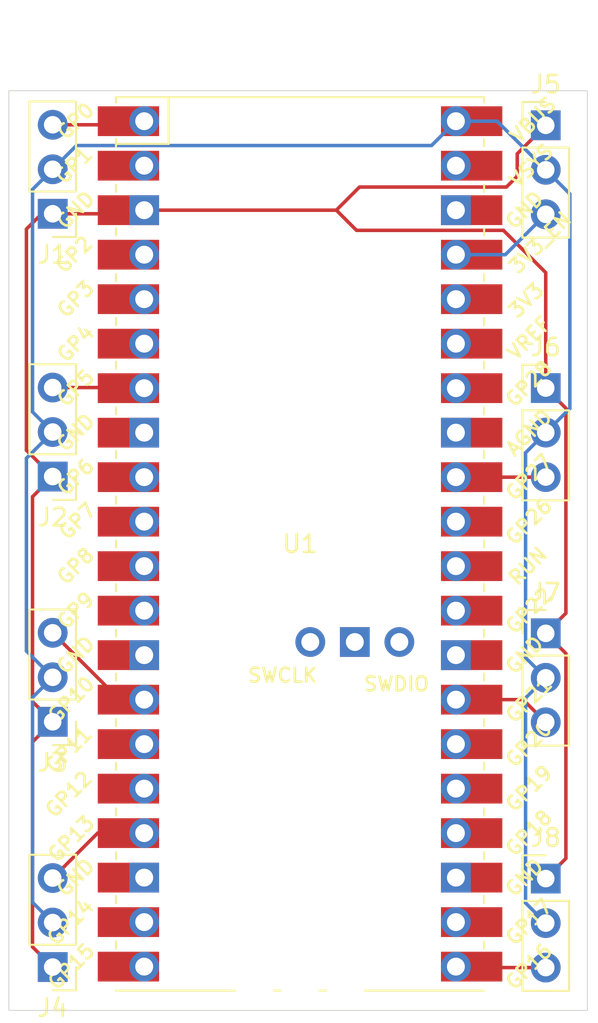
<source format=kicad_pcb>
(kicad_pcb (version 20240108) (generator "pcbnew") (generator_version "8.0")
  (layers (0 "F.Cu" signal) (31 "B.Cu" signal) (34 "B.Paste" user) (35 "F.Paste" user) (36 "B.SilkS" user "B.Silkscreen") (37 "F.SilkS" user "F.Silkscreen") (38 "B.Mask" user) (39 "F.Mask" user) (44 "Edge.Cuts" user))
  (net 0 "")
  (net 1 "GND")
  (net 2 "0")
  (net 4 "VCC")
  (net 10 "1")
  (net 11 "2")
  (net 21 "6")
  (net 24 "7")
  (net 29 "5")
  (net 34 "3")
  (net 36 "4")
  (net 42 "vout")
  (net 43 "unconnected-(U1-GND-Pad38)")
  (footprint "Connector_PinHeader_2.54mm:PinHeader_1x03_P2.54mm_Vertical" (layer "F.Cu") (at 96.125 81.975)
    (property "Reference" "J8" (at 0 -2.33 0) (layer "F.SilkS"))
    (property "Value" "C49257")
    (fp_line (start -1.33 -1.33) (end 0 -1.33) (stroke (width 0.12)) (layer "F.SilkS"))
    (fp_line (start -1.33 0) (end -1.33 -1.33) (stroke (width 0.12)) (layer "F.SilkS"))
    (fp_line (start -1.33 1.27) (end -1.33 6.41) (stroke (width 0.12)) (layer "F.SilkS"))
    (fp_line (start -1.33 1.27) (end 1.33 1.27) (stroke (width 0.12)) (layer "F.SilkS"))
    (fp_line (start -1.33 6.41) (end 1.33 6.41) (stroke (width 0.12)) (layer "F.SilkS"))
    (fp_line (start 1.33 1.27) (end 1.33 6.41) (stroke (width 0.12)) (layer "F.SilkS"))
    (pad "1" thru_hole rect (at 0 0) (size 1.7 1.7) (drill 1) (layers "*.Cu" "*.Mask") (net 1 "GND"))
    (pad "2" thru_hole oval (at 0 2.54) (size 1.7 1.7) (drill 1) (layers "*.Cu" "*.Mask") (net 4 "VCC"))
    (pad "3" thru_hole oval (at 0 5.08) (size 1.7 1.7) (drill 1) (layers "*.Cu" "*.Mask") (net 24 "7"))
  )
  (footprint "Connector_PinHeader_2.54mm:PinHeader_1x03_P2.54mm_Vertical" (layer "F.Cu") (at 68 44.025 180)
    (property "Reference" "J1" (at 0 -2.33 180) (layer "F.SilkS"))
    (property "Value" "C49257")
    (fp_line (start 1.33 1.27) (end 1.33 6.41) (stroke (width 0.12)) (layer "F.SilkS"))
    (fp_line (start -1.33 6.41) (end 1.33 6.41) (stroke (width 0.12)) (layer "F.SilkS"))
    (fp_line (start -1.33 1.27) (end 1.33 1.27) (stroke (width 0.12)) (layer "F.SilkS"))
    (fp_line (start -1.33 1.27) (end -1.33 6.41) (stroke (width 0.12)) (layer "F.SilkS"))
    (fp_line (start -1.33 0) (end -1.33 -1.33) (stroke (width 0.12)) (layer "F.SilkS"))
    (fp_line (start -1.33 -1.33) (end 0 -1.33) (stroke (width 0.12)) (layer "F.SilkS"))
    (pad "1" thru_hole rect (at 0 0 180) (size 1.7 1.7) (drill 1) (layers "*.Cu" "*.Mask") (net 1 "GND"))
    (pad "2" thru_hole oval (at 0 2.54 180) (size 1.7 1.7) (drill 1) (layers "*.Cu" "*.Mask") (net 4 "VCC"))
    (pad "3" thru_hole oval (at 0 5.08 180) (size 1.7 1.7) (drill 1) (layers "*.Cu" "*.Mask") (net 2 "0"))
  )
  (footprint "Connector_PinHeader_2.54mm:PinHeader_1x03_P2.54mm_Vertical" (layer "F.Cu") (at 96.125 53.975)
    (property "Reference" "J6" (at 0 -2.33 0) (layer "F.SilkS"))
    (property "Value" "C49257")
    (fp_line (start -1.33 -1.33) (end 0 -1.33) (stroke (width 0.12)) (layer "F.SilkS"))
    (fp_line (start -1.33 0) (end -1.33 -1.33) (stroke (width 0.12)) (layer "F.SilkS"))
    (fp_line (start -1.33 1.27) (end -1.33 6.41) (stroke (width 0.12)) (layer "F.SilkS"))
    (fp_line (start -1.33 1.27) (end 1.33 1.27) (stroke (width 0.12)) (layer "F.SilkS"))
    (fp_line (start -1.33 6.41) (end 1.33 6.41) (stroke (width 0.12)) (layer "F.SilkS"))
    (fp_line (start 1.33 1.27) (end 1.33 6.41) (stroke (width 0.12)) (layer "F.SilkS"))
    (pad "1" thru_hole rect (at 0 0) (size 1.7 1.7) (drill 1) (layers "*.Cu" "*.Mask") (net 1 "GND"))
    (pad "2" thru_hole oval (at 0 2.54) (size 1.7 1.7) (drill 1) (layers "*.Cu" "*.Mask") (net 4 "VCC"))
    (pad "3" thru_hole oval (at 0 5.08) (size 1.7 1.7) (drill 1) (layers "*.Cu" "*.Mask") (net 29 "5"))
  )
  (footprint "Connector_PinHeader_2.54mm:PinHeader_1x03_P2.54mm_Vertical" (layer "F.Cu") (at 68 59.025 180)
    (property "Reference" "J2" (at 0 -2.33 180) (layer "F.SilkS"))
    (property "Value" "C49257")
    (fp_line (start 1.33 1.27) (end 1.33 6.41) (stroke (width 0.12)) (layer "F.SilkS"))
    (fp_line (start -1.33 6.41) (end 1.33 6.41) (stroke (width 0.12)) (layer "F.SilkS"))
    (fp_line (start -1.33 1.27) (end 1.33 1.27) (stroke (width 0.12)) (layer "F.SilkS"))
    (fp_line (start -1.33 1.27) (end -1.33 6.41) (stroke (width 0.12)) (layer "F.SilkS"))
    (fp_line (start -1.33 0) (end -1.33 -1.33) (stroke (width 0.12)) (layer "F.SilkS"))
    (fp_line (start -1.33 -1.33) (end 0 -1.33) (stroke (width 0.12)) (layer "F.SilkS"))
    (pad "1" thru_hole rect (at 0 0 180) (size 1.7 1.7) (drill 1) (layers "*.Cu" "*.Mask") (net 1 "GND"))
    (pad "2" thru_hole oval (at 0 2.54 180) (size 1.7 1.7) (drill 1) (layers "*.Cu" "*.Mask") (net 4 "VCC"))
    (pad "3" thru_hole oval (at 0 5.08 180) (size 1.7 1.7) (drill 1) (layers "*.Cu" "*.Mask") (net 10 "1"))
  )
  (footprint "Connector_PinHeader_2.54mm:PinHeader_1x03_P2.54mm_Vertical" (layer "F.Cu") (at 96.125 38.975)
    (property "Reference" "J5" (at 0 -2.33 0) (layer "F.SilkS"))
    (property "Value" "C49257")
    (fp_line (start -1.33 -1.33) (end 0 -1.33) (stroke (width 0.12)) (layer "F.SilkS"))
    (fp_line (start -1.33 0) (end -1.33 -1.33) (stroke (width 0.12)) (layer "F.SilkS"))
    (fp_line (start -1.33 1.27) (end -1.33 6.41) (stroke (width 0.12)) (layer "F.SilkS"))
    (fp_line (start -1.33 1.27) (end 1.33 1.27) (stroke (width 0.12)) (layer "F.SilkS"))
    (fp_line (start -1.33 6.41) (end 1.33 6.41) (stroke (width 0.12)) (layer "F.SilkS"))
    (fp_line (start 1.33 1.27) (end 1.33 6.41) (stroke (width 0.12)) (layer "F.SilkS"))
    (pad "1" thru_hole rect (at 0 0) (size 1.7 1.7) (drill 1) (layers "*.Cu" "*.Mask") (net 1 "GND"))
    (pad "2" thru_hole oval (at 0 2.54) (size 1.7 1.7) (drill 1) (layers "*.Cu" "*.Mask") (net 4 "VCC"))
    (pad "3" thru_hole oval (at 0 5.08) (size 1.7 1.7) (drill 1) (layers "*.Cu" "*.Mask") (net 36 "4"))
  )
  (footprint "RPi_Pico:RPi_PicoW_SMD_TH" (layer "F.Cu") (at 82.11 62.87)
    (property "Reference" "U1" (at 0 0 0) (layer "F.SilkS"))
    (property "Value" "C7203003")
    (fp_line (start -10.5 -25.5) (end -10.5 -25.2) (stroke (width 0.12)) (layer "F.SilkS"))
    (fp_line (start -10.5 -25.5) (end 10.5 -25.5) (stroke (width 0.12)) (layer "F.SilkS"))
    (fp_line (start -10.5 -23.1) (end -10.5 -22.7) (stroke (width 0.12)) (layer "F.SilkS"))
    (fp_line (start -10.5 -22.833) (end -7.493 -22.833) (stroke (width 0.12)) (layer "F.SilkS"))
    (fp_line (start -10.5 -20.5) (end -10.5 -20.1) (stroke (width 0.12)) (layer "F.SilkS"))
    (fp_line (start -10.5 -18) (end -10.5 -17.6) (stroke (width 0.12)) (layer "F.SilkS"))
    (fp_line (start -10.5 -15.4) (end -10.5 -15) (stroke (width 0.12)) (layer "F.SilkS"))
    (fp_line (start -10.5 -12.9) (end -10.5 -12.5) (stroke (width 0.12)) (layer "F.SilkS"))
    (fp_line (start -10.5 -10.4) (end -10.5 -10) (stroke (width 0.12)) (layer "F.SilkS"))
    (fp_line (start -10.5 -7.8) (end -10.5 -7.4) (stroke (width 0.12)) (layer "F.SilkS"))
    (fp_line (start -10.5 -5.3) (end -10.5 -4.9) (stroke (width 0.12)) (layer "F.SilkS"))
    (fp_line (start -10.5 -2.7) (end -10.5 -2.3) (stroke (width 0.12)) (layer "F.SilkS"))
    (fp_line (start -10.5 -0.2) (end -10.5 0.2) (stroke (width 0.12)) (layer "F.SilkS"))
    (fp_line (start -10.5 2.3) (end -10.5 2.7) (stroke (width 0.12)) (layer "F.SilkS"))
    (fp_line (start -10.5 4.9) (end -10.5 5.3) (stroke (width 0.12)) (layer "F.SilkS"))
    (fp_line (start -10.5 7.4) (end -10.5 7.8) (stroke (width 0.12)) (layer "F.SilkS"))
    (fp_line (start -10.5 10) (end -10.5 10.4) (stroke (width 0.12)) (layer "F.SilkS"))
    (fp_line (start -10.5 12.5) (end -10.5 12.9) (stroke (width 0.12)) (layer "F.SilkS"))
    (fp_line (start -10.5 15.1) (end -10.5 15.5) (stroke (width 0.12)) (layer "F.SilkS"))
    (fp_line (start -10.5 17.6) (end -10.5 18) (stroke (width 0.12)) (layer "F.SilkS"))
    (fp_line (start -10.5 20.1) (end -10.5 20.5) (stroke (width 0.12)) (layer "F.SilkS"))
    (fp_line (start -10.5 22.7) (end -10.5 23.1) (stroke (width 0.12)) (layer "F.SilkS"))
    (fp_line (start -7.493 -22.833) (end -7.493 -25.5) (stroke (width 0.12)) (layer "F.SilkS"))
    (fp_line (start -3.7 25.5) (end -10.5 25.5) (stroke (width 0.12)) (layer "F.SilkS"))
    (fp_line (start -1.5 25.5) (end -1.1 25.5) (stroke (width 0.12)) (layer "F.SilkS"))
    (fp_line (start 1.1 25.5) (end 1.5 25.5) (stroke (width 0.12)) (layer "F.SilkS"))
    (fp_line (start 10.5 -25.5) (end 10.5 -25.2) (stroke (width 0.12)) (layer "F.SilkS"))
    (fp_line (start 10.5 -23.1) (end 10.5 -22.7) (stroke (width 0.12)) (layer "F.SilkS"))
    (fp_line (start 10.5 -20.5) (end 10.5 -20.1) (stroke (width 0.12)) (layer "F.SilkS"))
    (fp_line (start 10.5 -18) (end 10.5 -17.6) (stroke (width 0.12)) (layer "F.SilkS"))
    (fp_line (start 10.5 -15.4) (end 10.5 -15) (stroke (width 0.12)) (layer "F.SilkS"))
    (fp_line (start 10.5 -12.9) (end 10.5 -12.5) (stroke (width 0.12)) (layer "F.SilkS"))
    (fp_line (start 10.5 -10.4) (end 10.5 -10) (stroke (width 0.12)) (layer "F.SilkS"))
    (fp_line (start 10.5 -7.8) (end 10.5 -7.4) (stroke (width 0.12)) (layer "F.SilkS"))
    (fp_line (start 10.5 -5.3) (end 10.5 -4.9) (stroke (width 0.12)) (layer "F.SilkS"))
    (fp_line (start 10.5 -2.7) (end 10.5 -2.3) (stroke (width 0.12)) (layer "F.SilkS"))
    (fp_line (start 10.5 -0.2) (end 10.5 0.2) (stroke (width 0.12)) (layer "F.SilkS"))
    (fp_line (start 10.5 2.3) (end 10.5 2.7) (stroke (width 0.12)) (layer "F.SilkS"))
    (fp_line (start 10.5 4.9) (end 10.5 5.3) (stroke (width 0.12)) (layer "F.SilkS"))
    (fp_line (start 10.5 7.4) (end 10.5 7.8) (stroke (width 0.12)) (layer "F.SilkS"))
    (fp_line (start 10.5 10) (end 10.5 10.4) (stroke (width 0.12)) (layer "F.SilkS"))
    (fp_line (start 10.5 12.5) (end 10.5 12.9) (stroke (width 0.12)) (layer "F.SilkS"))
    (fp_line (start 10.5 15.1) (end 10.5 15.5) (stroke (width 0.12)) (layer "F.SilkS"))
    (fp_line (start 10.5 17.6) (end 10.5 18) (stroke (width 0.12)) (layer "F.SilkS"))
    (fp_line (start 10.5 20.1) (end 10.5 20.5) (stroke (width 0.12)) (layer "F.SilkS"))
    (fp_line (start 10.5 22.7) (end 10.5 23.1) (stroke (width 0.12)) (layer "F.SilkS"))
    (fp_line (start 10.5 25.5) (end 3.7 25.5) (stroke (width 0.12)) (layer "F.SilkS"))
    (fp_text user "GP7" (at -12.7 -1.3 45) (layer "F.SilkS") (effects (font (size 0.8 0.8))))
    (fp_text user "3V3_EN" (at 13.7 -17.2 45) (layer "F.SilkS") (effects (font (size 0.8 0.8))))
    (fp_text user "GP26" (at 13.054 -1.27 45) (layer "F.SilkS") (effects (font (size 0.8 0.8))))
    (fp_text user "GP4" (at -12.8 -11.43 45) (layer "F.SilkS") (effects (font (size 0.8 0.8))))
    (fp_text user "VREF" (at 13.0675 -11.7425 45) (layer "F.SilkS") (effects (font (size 0.8 0.8))))
    (fp_text user "GP5" (at -12.8 -8.89 45) (layer "F.SilkS") (effects (font (size 0.8 0.8))))
    (fp_text user "SWDIO" (at 5.5 8 0) (layer "F.SilkS") (effects (font (size 0.8 0.8))))
    (fp_text user "3V3" (at 12.9 -13.9 45) (layer "F.SilkS") (effects (font (size 0.8 0.8))))
    (fp_text user "AGND" (at 13.054 -6.35 45) (layer "F.SilkS") (effects (font (size 0.8 0.8))))
    (fp_text user "GP15" (at -13.054 24.13 45) (layer "F.SilkS") (effects (font (size 0.8 0.8))))
    (fp_text user "GP17" (at 13.054 21.59 45) (layer "F.SilkS") (effects (font (size 0.8 0.8))))
    (fp_text user "GP14" (at -13.1 21.59 45) (layer "F.SilkS") (effects (font (size 0.8 0.8))))
    (fp_text user "GND" (at 12.8 6.35 45) (layer "F.SilkS") (effects (font (size 0.8 0.8))))
    (fp_text user "GP12" (at -13.2 14.2925 45) (layer "F.SilkS") (effects (font (size 0.8 0.8))))
    (fp_text user "GP21" (at 13.054 8.9 45) (layer "F.SilkS") (effects (font (size 0.8 0.8))))
    (fp_text user "GP3" (at -12.8 -13.97 45) (layer "F.SilkS") (effects (font (size 0.8 0.8))))
    (fp_text user "GND" (at 12.8 19.05 45) (layer "F.SilkS") (effects (font (size 0.8 0.8))))
    (fp_text user "GP6" (at -12.8 -3.81 45) (layer "F.SilkS") (effects (font (size 0.8 0.8))))
    (fp_text user "GND" (at -12.8 6.35 45) (layer "F.SilkS") (effects (font (size 0.8 0.8))))
    (fp_text user "GND" (at -12.8 -6.35 45) (layer "F.SilkS") (effects (font (size 0.8 0.8))))
    (fp_text user "GND" (at -12.8 -19.05 45) (layer "F.SilkS") (effects (font (size 0.8 0.8))))
    (fp_text user "GP0" (at -12.8 -24.13 45) (layer "F.SilkS") (effects (font (size 0.8 0.8))))
    (fp_text user "GP11" (at -13.2 11.7525 45) (layer "F.SilkS") (effects (font (size 0.8 0.8))))
    (fp_text user "GP2" (at -12.9 -16.51 45) (layer "F.SilkS") (effects (font (size 0.8 0.8))))
    (fp_text user "GP22" (at 13.054 3.81 45) (layer "F.SilkS") (effects (font (size 0.8 0.8))))
    (fp_text user "RUN" (at 13 1.27 45) (layer "F.SilkS") (effects (font (size 0.8 0.8))))
    (fp_text user "SWCLK" (at -1 7.5 0) (layer "F.SilkS") (effects (font (size 0.8 0.8))))
    (fp_text user "GP1" (at -12.9 -21.6 45) (layer "F.SilkS") (effects (font (size 0.8 0.8))))
    (fp_text user "GP8" (at -12.8 1.27 45) (layer "F.SilkS") (effects (font (size 0.8 0.8))))
    (fp_text user "GND" (at 12.8 -19.05 45) (layer "F.SilkS") (effects (font (size 0.8 0.8))))
    (fp_text user "GP19" (at 13.054 13.97 45) (layer "F.SilkS") (effects (font (size 0.8 0.8))))
    (fp_text user "GP16" (at 13.054 24.13 45) (layer "F.SilkS") (effects (font (size 0.8 0.8))))
    (fp_text user "GP18" (at 13.054 16.51 45) (layer "F.SilkS") (effects (font (size 0.8 0.8))))
    (fp_text user "GP28" (at 13.054 -9.144 45) (layer "F.SilkS") (effects (font (size 0.8 0.8))))
    (fp_text user "GP10" (at -13.054 8.89 45) (layer "F.SilkS") (effects (font (size 0.8 0.8))))
    (fp_text user "GP13" (at -13.054 16.8325 45) (layer "F.SilkS") (effects (font (size 0.8 0.8))))
    (fp_text user "VBUS" (at 13.3 -24.2 45) (layer "F.SilkS") (effects (font (size 0.8 0.8))))
    (fp_text user "GP20" (at 13.054 11.43 45) (layer "F.SilkS") (effects (font (size 0.8 0.8))))
    (fp_text user "GND" (at -12.8 19.05 45) (layer "F.SilkS") (effects (font (size 0.8 0.8))))
    (fp_text user "GP9" (at -12.8 3.81 45) (layer "F.SilkS") (effects (font (size 0.8 0.8))))
    (fp_text user "GP27" (at 13.054 -3.8 45) (layer "F.SilkS") (effects (font (size 0.8 0.8))))
    (fp_text user "VSYS" (at 13.2 -21.59 45) (layer "F.SilkS") (effects (font (size 0.8 0.8))))
    (pad "" np_thru_hole oval (at -2.725 -24) (size 1.8 1.8) (drill 1.8) (layers "*.Cu" "*.Mask"))
    (pad "" np_thru_hole oval (at -2.425 -20.97) (size 1.5 1.5) (drill 1.5) (layers "*.Cu" "*.Mask"))
    (pad "" np_thru_hole oval (at 2.425 -20.97) (size 1.5 1.5) (drill 1.5) (layers "*.Cu" "*.Mask"))
    (pad "" np_thru_hole oval (at 2.725 -24) (size 1.8 1.8) (drill 1.8) (layers "*.Cu" "*.Mask"))
    (pad "1" thru_hole oval (at -8.89 -24.13) (size 1.7 1.7) (drill 1.02) (layers "*.Cu" "*.Mask") (net 2 "0"))
    (pad "1" smd rect (at -8.89 -24.13) (size 3.5 1.7) (drill (offset -0.9 0)) (layers "F.Cu" "F.Mask") (net 2 "0"))
    (pad "2" thru_hole oval (at -8.89 -21.59) (size 1.7 1.7) (drill 1.02) (layers "*.Cu" "*.Mask"))
    (pad "2" smd rect (at -8.89 -21.59) (size 3.5 1.7) (drill (offset -0.9 0)) (layers "F.Cu" "F.Mask"))
    (pad "3" thru_hole rect (at -8.89 -19.05) (size 1.7 1.7) (drill 1.02) (layers "*.Cu" "*.Mask") (net 1 "GND"))
    (pad "3" smd rect (at -8.89 -19.05) (size 3.5 1.7) (drill (offset -0.9 0)) (layers "F.Cu" "F.Mask") (net 1 "GND"))
    (pad "4" thru_hole oval (at -8.89 -16.51) (size 1.7 1.7) (drill 1.02) (layers "*.Cu" "*.Mask"))
    (pad "4" smd rect (at -8.89 -16.51) (size 3.5 1.7) (drill (offset -0.9 0)) (layers "F.Cu" "F.Mask"))
    (pad "5" thru_hole oval (at -8.89 -13.97) (size 1.7 1.7) (drill 1.02) (layers "*.Cu" "*.Mask"))
    (pad "5" smd rect (at -8.89 -13.97) (size 3.5 1.7) (drill (offset -0.9 0)) (layers "F.Cu" "F.Mask"))
    (pad "6" thru_hole oval (at -8.89 -11.43) (size 1.7 1.7) (drill 1.02) (layers "*.Cu" "*.Mask"))
    (pad "6" smd rect (at -8.89 -11.43) (size 3.5 1.7) (drill (offset -0.9 0)) (layers "F.Cu" "F.Mask"))
    (pad "7" thru_hole oval (at -8.89 -8.89) (size 1.7 1.7) (drill 1.02) (layers "*.Cu" "*.Mask") (net 10 "1"))
    (pad "7" smd rect (at -8.89 -8.89) (size 3.5 1.7) (drill (offset -0.9 0)) (layers "F.Cu" "F.Mask") (net 10 "1"))
    (pad "8" thru_hole rect (at -8.89 -6.35) (size 1.7 1.7) (drill 1.02) (layers "*.Cu" "*.Mask"))
    (pad "8" smd rect (at -8.89 -6.35) (size 3.5 1.7) (drill (offset -0.9 0)) (layers "F.Cu" "F.Mask"))
    (pad "9" thru_hole oval (at -8.89 -3.81) (size 1.7 1.7) (drill 1.02) (layers "*.Cu" "*.Mask"))
    (pad "9" smd rect (at -8.89 -3.81) (size 3.5 1.7) (drill (offset -0.9 0)) (layers "F.Cu" "F.Mask"))
    (pad "10" thru_hole oval (at -8.89 -1.27) (size 1.7 1.7) (drill 1.02) (layers "*.Cu" "*.Mask"))
    (pad "10" smd rect (at -8.89 -1.27) (size 3.5 1.7) (drill (offset -0.9 0)) (layers "F.Cu" "F.Mask"))
    (pad "11" thru_hole oval (at -8.89 1.27) (size 1.7 1.7) (drill 1.02) (layers "*.Cu" "*.Mask"))
    (pad "11" smd rect (at -8.89 1.27) (size 3.5 1.7) (drill (offset -0.9 0)) (layers "F.Cu" "F.Mask"))
    (pad "12" thru_hole oval (at -8.89 3.81) (size 1.7 1.7) (drill 1.02) (layers "*.Cu" "*.Mask"))
    (pad "12" smd rect (at -8.89 3.81) (size 3.5 1.7) (drill (offset -0.9 0)) (layers "F.Cu" "F.Mask"))
    (pad "13" thru_hole rect (at -8.89 6.35) (size 1.7 1.7) (drill 1.02) (layers "*.Cu" "*.Mask"))
    (pad "13" smd rect (at -8.89 6.35) (size 3.5 1.7) (drill (offset -0.9 0)) (layers "F.Cu" "F.Mask"))
    (pad "14" thru_hole oval (at -8.89 8.89) (size 1.7 1.7) (drill 1.02) (layers "*.Cu" "*.Mask") (net 11 "2"))
    (pad "14" smd rect (at -8.89 8.89) (size 3.5 1.7) (drill (offset -0.9 0)) (layers "F.Cu" "F.Mask") (net 11 "2"))
    (pad "15" thru_hole oval (at -8.89 11.43) (size 1.7 1.7) (drill 1.02) (layers "*.Cu" "*.Mask"))
    (pad "15" smd rect (at -8.89 11.43) (size 3.5 1.7) (drill (offset -0.9 0)) (layers "F.Cu" "F.Mask"))
    (pad "16" thru_hole oval (at -8.89 13.97) (size 1.7 1.7) (drill 1.02) (layers "*.Cu" "*.Mask"))
    (pad "16" smd rect (at -8.89 13.97) (size 3.5 1.7) (drill (offset -0.9 0)) (layers "F.Cu" "F.Mask"))
    (pad "17" thru_hole oval (at -8.89 16.51) (size 1.7 1.7) (drill 1.02) (layers "*.Cu" "*.Mask") (net 34 "3"))
    (pad "17" smd rect (at -8.89 16.51) (size 3.5 1.7) (drill (offset -0.9 0)) (layers "F.Cu" "F.Mask") (net 34 "3"))
    (pad "18" thru_hole rect (at -8.89 19.05) (size 1.7 1.7) (drill 1.02) (layers "*.Cu" "*.Mask"))
    (pad "18" smd rect (at -8.89 19.05) (size 3.5 1.7) (drill (offset -0.9 0)) (layers "F.Cu" "F.Mask"))
    (pad "19" thru_hole oval (at -8.89 21.59) (size 1.7 1.7) (drill 1.02) (layers "*.Cu" "*.Mask"))
    (pad "19" smd rect (at -8.89 21.59) (size 3.5 1.7) (drill (offset -0.9 0)) (layers "F.Cu" "F.Mask"))
    (pad "20" thru_hole oval (at -8.89 24.13) (size 1.7 1.7) (drill 1.02) (layers "*.Cu" "*.Mask"))
    (pad "20" smd rect (at -8.89 24.13) (size 3.5 1.7) (drill (offset -0.9 0)) (layers "F.Cu" "F.Mask"))
    (pad "21" thru_hole oval (at 8.89 24.13) (size 1.7 1.7) (drill 1.02) (layers "*.Cu" "*.Mask") (net 24 "7"))
    (pad "21" smd rect (at 8.89 24.13) (size 3.5 1.7) (drill (offset 0.9 0)) (layers "F.Cu" "F.Mask") (net 24 "7"))
    (pad "22" thru_hole oval (at 8.89 21.59) (size 1.7 1.7) (drill 1.02) (layers "*.Cu" "*.Mask"))
    (pad "22" smd rect (at 8.89 21.59) (size 3.5 1.7) (drill (offset 0.9 0)) (layers "F.Cu" "F.Mask"))
    (pad "23" thru_hole rect (at 8.89 19.05) (size 1.7 1.7) (drill 1.02) (layers "*.Cu" "*.Mask"))
    (pad "23" smd rect (at 8.89 19.05) (size 3.5 1.7) (drill (offset 0.9 0)) (layers "F.Cu" "F.Mask"))
    (pad "24" thru_hole oval (at 8.89 16.51) (size 1.7 1.7) (drill 1.02) (layers "*.Cu" "*.Mask"))
    (pad "24" smd rect (at 8.89 16.51) (size 3.5 1.7) (drill (offset 0.9 0)) (layers "F.Cu" "F.Mask"))
    (pad "25" thru_hole oval (at 8.89 13.97) (size 1.7 1.7) (drill 1.02) (layers "*.Cu" "*.Mask"))
    (pad "25" smd rect (at 8.89 13.97) (size 3.5 1.7) (drill (offset 0.9 0)) (layers "F.Cu" "F.Mask"))
    (pad "26" thru_hole oval (at 8.89 11.43) (size 1.7 1.7) (drill 1.02) (layers "*.Cu" "*.Mask"))
    (pad "26" smd rect (at 8.89 11.43) (size 3.5 1.7) (drill (offset 0.9 0)) (layers "F.Cu" "F.Mask"))
    (pad "27" thru_hole oval (at 8.89 8.89) (size 1.7 1.7) (drill 1.02) (layers "*.Cu" "*.Mask") (net 21 "6"))
    (pad "27" smd rect (at 8.89 8.89) (size 3.5 1.7) (drill (offset 0.9 0)) (layers "F.Cu" "F.Mask") (net 21 "6"))
    (pad "28" thru_hole rect (at 8.89 6.35) (size 1.7 1.7) (drill 1.02) (layers "*.Cu" "*.Mask"))
    (pad "28" smd rect (at 8.89 6.35) (size 3.5 1.7) (drill (offset 0.9 0)) (layers "F.Cu" "F.Mask"))
    (pad "29" thru_hole oval (at 8.89 3.81) (size 1.7 1.7) (drill 1.02) (layers "*.Cu" "*.Mask"))
    (pad "29" smd rect (at 8.89 3.81) (size 3.5 1.7) (drill (offset 0.9 0)) (layers "F.Cu" "F.Mask"))
    (pad "30" thru_hole oval (at 8.89 1.27) (size 1.7 1.7) (drill 1.02) (layers "*.Cu" "*.Mask"))
    (pad "30" smd rect (at 8.89 1.27) (size 3.5 1.7) (drill (offset 0.9 0)) (layers "F.Cu" "F.Mask"))
    (pad "31" thru_hole oval (at 8.89 -1.27) (size 1.7 1.7) (drill 1.02) (layers "*.Cu" "*.Mask"))
    (pad "31" smd rect (at 8.89 -1.27) (size 3.5 1.7) (drill (offset 0.9 0)) (layers "F.Cu" "F.Mask"))
    (pad "32" thru_hole oval (at 8.89 -3.81) (size 1.7 1.7) (drill 1.02) (layers "*.Cu" "*.Mask") (net 29 "5"))
    (pad "32" smd rect (at 8.89 -3.81) (size 3.5 1.7) (drill (offset 0.9 0)) (layers "F.Cu" "F.Mask") (net 29 "5"))
    (pad "33" thru_hole rect (at 8.89 -6.35) (size 1.7 1.7) (drill 1.02) (layers "*.Cu" "*.Mask"))
    (pad "33" smd rect (at 8.89 -6.35) (size 3.5 1.7) (drill (offset 0.9 0)) (layers "F.Cu" "F.Mask"))
    (pad "34" thru_hole oval (at 8.89 -8.89) (size 1.7 1.7) (drill 1.02) (layers "*.Cu" "*.Mask"))
    (pad "34" smd rect (at 8.89 -8.89) (size 3.5 1.7) (drill (offset 0.9 0)) (layers "F.Cu" "F.Mask"))
    (pad "35" thru_hole oval (at 8.89 -11.43) (size 1.7 1.7) (drill 1.02) (layers "*.Cu" "*.Mask"))
    (pad "35" smd rect (at 8.89 -11.43) (size 3.5 1.7) (drill (offset 0.9 0)) (layers "F.Cu" "F.Mask"))
    (pad "36" thru_hole oval (at 8.89 -13.97) (size 1.7 1.7) (drill 1.02) (layers "*.Cu" "*.Mask"))
    (pad "36" smd rect (at 8.89 -13.97) (size 3.5 1.7) (drill (offset 0.9 0)) (layers "F.Cu" "F.Mask"))
    (pad "37" thru_hole oval (at 8.89 -16.51) (size 1.7 1.7) (drill 1.02) (layers "*.Cu" "*.Mask") (net 36 "4"))
    (pad "37" smd rect (at 8.89 -16.51) (size 3.5 1.7) (drill (offset 0.9 0)) (layers "F.Cu" "F.Mask") (net 36 "4"))
    (pad "38" thru_hole rect (at 8.89 -19.05) (size 1.7 1.7) (drill 1.02) (layers "*.Cu" "*.Mask") (net 43 "unconnected-(U1-GND-Pad38)"))
    (pad "38" smd rect (at 8.89 -19.05) (size 3.5 1.7) (drill (offset 0.9 0)) (layers "F.Cu" "F.Mask") (net 43 "unconnected-(U1-GND-Pad38)"))
    (pad "39" thru_hole oval (at 8.89 -21.59) (size 1.7 1.7) (drill 1.02) (layers "*.Cu" "*.Mask") (net 42 "vout"))
    (pad "39" smd rect (at 8.89 -21.59) (size 3.5 1.7) (drill (offset 0.9 0)) (layers "F.Cu" "F.Mask") (net 42 "vout"))
    (pad "40" thru_hole oval (at 8.89 -24.13) (size 1.7 1.7) (drill 1.02) (layers "*.Cu" "*.Mask") (net 4 "VCC"))
    (pad "40" smd rect (at 8.89 -24.13) (size 3.5 1.7) (drill (offset 0.9 0)) (layers "F.Cu" "F.Mask") (net 4 "VCC"))
    (pad "41" thru_hole oval (at 0.5841 5.6) (size 1.7 1.7) (drill 1.02) (layers "*.Cu" "*.Mask"))
    (pad "42" thru_hole rect (at 3.1241 5.6) (size 1.7 1.7) (drill 1.02) (layers "*.Cu" "*.Mask"))
    (pad "43" thru_hole oval (at 5.6641 5.6) (size 1.7 1.7) (drill 1.02) (layers "*.Cu" "*.Mask"))
  )
  (footprint "Connector_PinHeader_2.54mm:PinHeader_1x03_P2.54mm_Vertical" (layer "F.Cu") (at 68 73.025 180)
    (property "Reference" "J3" (at 0 -2.33 180) (layer "F.SilkS"))
    (property "Value" "C49257")
    (fp_line (start 1.33 1.27) (end 1.33 6.41) (stroke (width 0.12)) (layer "F.SilkS"))
    (fp_line (start -1.33 6.41) (end 1.33 6.41) (stroke (width 0.12)) (layer "F.SilkS"))
    (fp_line (start -1.33 1.27) (end 1.33 1.27) (stroke (width 0.12)) (layer "F.SilkS"))
    (fp_line (start -1.33 1.27) (end -1.33 6.41) (stroke (width 0.12)) (layer "F.SilkS"))
    (fp_line (start -1.33 0) (end -1.33 -1.33) (stroke (width 0.12)) (layer "F.SilkS"))
    (fp_line (start -1.33 -1.33) (end 0 -1.33) (stroke (width 0.12)) (layer "F.SilkS"))
    (pad "1" thru_hole rect (at 0 0 180) (size 1.7 1.7) (drill 1) (layers "*.Cu" "*.Mask") (net 1 "GND"))
    (pad "2" thru_hole oval (at 0 2.54 180) (size 1.7 1.7) (drill 1) (layers "*.Cu" "*.Mask") (net 4 "VCC"))
    (pad "3" thru_hole oval (at 0 5.08 180) (size 1.7 1.7) (drill 1) (layers "*.Cu" "*.Mask") (net 11 "2"))
  )
  (footprint "Connector_PinHeader_2.54mm:PinHeader_1x03_P2.54mm_Vertical" (layer "F.Cu") (at 96.125 67.975)
    (property "Reference" "J7" (at 0 -2.33 0) (layer "F.SilkS"))
    (property "Value" "C49257")
    (fp_line (start -1.33 -1.33) (end 0 -1.33) (stroke (width 0.12)) (layer "F.SilkS"))
    (fp_line (start -1.33 0) (end -1.33 -1.33) (stroke (width 0.12)) (layer "F.SilkS"))
    (fp_line (start -1.33 1.27) (end -1.33 6.41) (stroke (width 0.12)) (layer "F.SilkS"))
    (fp_line (start -1.33 1.27) (end 1.33 1.27) (stroke (width 0.12)) (layer "F.SilkS"))
    (fp_line (start -1.33 6.41) (end 1.33 6.41) (stroke (width 0.12)) (layer "F.SilkS"))
    (fp_line (start 1.33 1.27) (end 1.33 6.41) (stroke (width 0.12)) (layer "F.SilkS"))
    (pad "1" thru_hole rect (at 0 0) (size 1.7 1.7) (drill 1) (layers "*.Cu" "*.Mask") (net 1 "GND"))
    (pad "2" thru_hole oval (at 0 2.54) (size 1.7 1.7) (drill 1) (layers "*.Cu" "*.Mask") (net 4 "VCC"))
    (pad "3" thru_hole oval (at 0 5.08) (size 1.7 1.7) (drill 1) (layers "*.Cu" "*.Mask") (net 21 "6"))
  )
  (footprint "Connector_PinHeader_2.54mm:PinHeader_1x03_P2.54mm_Vertical" (layer "F.Cu") (at 68 87.025 180)
    (property "Reference" "J4" (at 0 -2.33 180) (layer "F.SilkS"))
    (property "Value" "C49257")
    (fp_line (start 1.33 1.27) (end 1.33 6.41) (stroke (width 0.12)) (layer "F.SilkS"))
    (fp_line (start -1.33 6.41) (end 1.33 6.41) (stroke (width 0.12)) (layer "F.SilkS"))
    (fp_line (start -1.33 1.27) (end 1.33 1.27) (stroke (width 0.12)) (layer "F.SilkS"))
    (fp_line (start -1.33 1.27) (end -1.33 6.41) (stroke (width 0.12)) (layer "F.SilkS"))
    (fp_line (start -1.33 0) (end -1.33 -1.33) (stroke (width 0.12)) (layer "F.SilkS"))
    (fp_line (start -1.33 -1.33) (end 0 -1.33) (stroke (width 0.12)) (layer "F.SilkS"))
    (pad "1" thru_hole rect (at 0 0 180) (size 1.7 1.7) (drill 1) (layers "*.Cu" "*.Mask") (net 1 "GND"))
    (pad "2" thru_hole oval (at 0 2.54 180) (size 1.7 1.7) (drill 1) (layers "*.Cu" "*.Mask") (net 4 "VCC"))
    (pad "3" thru_hole oval (at 0 5.08 180) (size 1.7 1.7) (drill 1) (layers "*.Cu" "*.Mask") (net 34 "3"))
  )
  (gr_rect (start 65.5 37) (end 98.5 89.5) (stroke (width 0.05)) (fill none) (layer "Edge.Cuts"))
  (segment (start 97.275 66.825) (end 96.125 67.975) (width 0.2) (layer "F.Cu") (net 1))
  (segment (start 93.88 42.5) (end 85.5 42.5) (width 0.2) (layer "F.Cu") (net 1))
  (segment (start 66.5 44.9) (end 66.5 57.525) (width 0.2) (layer "F.Cu") (net 1))
  (segment (start 73.22 43.82) (end 73.015 44.025) (width 0.2) (layer "F.Cu") (net 1))
  (segment (start 67.375 44.025) (end 66.5 44.9) (width 0.2) (layer "F.Cu") (net 1))
  (segment (start 68 73.025) (end 66.85 74.175) (width 0.2) (layer "F.Cu") (net 1))
  (segment (start 84.18 43.82) (end 85.33 44.97) (width 0.2) (layer "F.Cu") (net 1))
  (segment (start 68 59.025) (end 66.85 60.175) (width 0.2) (layer "F.Cu") (net 1))
  (segment (start 97.275 55.125) (end 97.275 66.825) (width 0.2) (layer "F.Cu") (net 1))
  (segment (start 66.5 57.525) (end 68 59.025) (width 0.2) (layer "F.Cu") (net 1))
  (segment (start 94.5 40.6) (end 96.125 38.975) (width 0.2) (layer "F.Cu") (net 1))
  (segment (start 97.275 69.125) (end 97.275 80.825) (width 0.2) (layer "F.Cu") (net 1))
  (segment (start 94.5 40.6) (end 94.5 41.88) (width 0.2) (layer "F.Cu") (net 1))
  (segment (start 96.125 67.975) (end 97.275 69.125) (width 0.2) (layer "F.Cu") (net 1))
  (segment (start 73.015 44.025) (end 67.375 44.025) (width 0.2) (layer "F.Cu") (net 1))
  (segment (start 85.5 42.5) (end 84.18 43.82) (width 0.2) (layer "F.Cu") (net 1))
  (segment (start 66.85 71.875) (end 68 73.025) (width 0.2) (layer "F.Cu") (net 1))
  (segment (start 84.18 43.82) (end 73.22 43.82) (width 0.2) (layer "F.Cu") (net 1))
  (segment (start 97.275 80.825) (end 96.125 81.975) (width 0.2) (layer "F.Cu") (net 1))
  (segment (start 96.125 53.975) (end 97.275 55.125) (width 0.2) (layer "F.Cu") (net 1))
  (segment (start 96.125 47.385) (end 96.125 53.975) (width 0.2) (layer "F.Cu") (net 1))
  (segment (start 94.5 41.88) (end 93.88 42.5) (width 0.2) (layer "F.Cu") (net 1))
  (segment (start 66.85 85.875) (end 68 87.025) (width 0.2) (layer "F.Cu") (net 1))
  (segment (start 66.85 60.175) (end 66.85 71.875) (width 0.2) (layer "F.Cu") (net 1))
  (segment (start 93.71 44.97) (end 96.125 47.385) (width 0.2) (layer "F.Cu") (net 1))
  (segment (start 66.85 74.175) (end 66.85 85.875) (width 0.2) (layer "F.Cu") (net 1))
  (segment (start 85.33 44.97) (end 93.71 44.97) (width 0.2) (layer "F.Cu") (net 1))
  (segment (start 67.375 38.945) (end 73.015 38.945) (width 0.2) (layer "F.Cu") (net 2))
  (segment (start 73.015 38.945) (end 73.22 38.74) (width 0.2) (layer "F.Cu") (net 2))
  (segment (start 97.5 42.89) (end 96.125 41.515) (width 0.2) (layer "B.Cu") (net 4))
  (segment (start 66.85 71.635) (end 66.85 83.335) (width 0.2) (layer "B.Cu") (net 4))
  (segment (start 68 70.485) (end 66.85 71.635) (width 0.2) (layer "B.Cu") (net 4))
  (segment (start 96.125 56.515) (end 97.5 55.14) (width 0.2) (layer "B.Cu") (net 4))
  (segment (start 94.975 83.365) (end 94.975 71.665) (width 0.2) (layer "B.Cu") (net 4))
  (segment (start 89.61 40.13) (end 91 38.74) (width 0.2) (layer "B.Cu") (net 4))
  (segment (start 93.35 38.74) (end 96.125 41.515) (width 0.2) (layer "B.Cu") (net 4))
  (segment (start 66.5 68.985) (end 68 70.485) (width 0.2) (layer "B.Cu") (net 4))
  (segment (start 66.85 42.635) (end 68 41.485) (width 0.2) (layer "B.Cu") (net 4))
  (segment (start 97.5 55.14) (end 97.5 42.89) (width 0.2) (layer "B.Cu") (net 4))
  (segment (start 68 56.485) (end 66.85 55.335) (width 0.2) (layer "B.Cu") (net 4))
  (segment (start 94.975 71.665) (end 96.125 70.515) (width 0.2) (layer "B.Cu") (net 4))
  (segment (start 68 56.485) (end 66.5 57.985) (width 0.2) (layer "B.Cu") (net 4))
  (segment (start 68 41.485) (end 69.355 40.13) (width 0.2) (layer "B.Cu") (net 4))
  (segment (start 91 38.74) (end 93.35 38.74) (width 0.2) (layer "B.Cu") (net 4))
  (segment (start 66.85 55.335) (end 66.85 42.635) (width 0.2) (layer "B.Cu") (net 4))
  (segment (start 96.125 84.515) (end 94.975 83.365) (width 0.2) (layer "B.Cu") (net 4))
  (segment (start 69.355 40.13) (end 89.61 40.13) (width 0.2) (layer "B.Cu") (net 4))
  (segment (start 66.5 57.985) (end 66.5 68.985) (width 0.2) (layer "B.Cu") (net 4))
  (segment (start 94.975 69.365) (end 94.975 57.665) (width 0.2) (layer "B.Cu") (net 4))
  (segment (start 94.975 57.665) (end 96.125 56.515) (width 0.2) (layer "B.Cu") (net 4))
  (segment (start 66.85 83.335) (end 68 84.485) (width 0.2) (layer "B.Cu") (net 4))
  (segment (start 96.125 70.515) (end 94.975 69.365) (width 0.2) (layer "B.Cu") (net 4))
  (segment (start 68 53.945) (end 73.185 53.945) (width 0.2) (layer "F.Cu") (net 10))
  (segment (start 73.185 53.945) (end 73.22 53.98) (width 0.2) (layer "F.Cu") (net 10))
  (segment (start 68 67.945) (end 71.815 71.76) (width 0.2) (layer "F.Cu") (net 11))
  (segment (start 71.815 71.76) (end 73.22 71.76) (width 0.2) (layer "F.Cu") (net 11))
  (segment (start 94.83 71.76) (end 91 71.76) (width 0.2) (layer "F.Cu") (net 21))
  (segment (start 96.125 73.055) (end 94.83 71.76) (width 0.2) (layer "F.Cu") (net 21))
  (segment (start 96.125 87.055) (end 91.055 87.055) (width 0.2) (layer "F.Cu") (net 24))
  (segment (start 91.055 87.055) (end 91 87) (width 0.2) (layer "F.Cu") (net 24))
  (segment (start 96.12 59.06) (end 96.125 59.055) (width 0.2) (layer "F.Cu") (net 29))
  (segment (start 91 59.06) (end 96.12 59.06) (width 0.2) (layer "F.Cu") (net 29))
  (segment (start 68 81.945) (end 70.565 79.38) (width 0.2) (layer "F.Cu") (net 34))
  (segment (start 70.565 79.38) (end 73.22 79.38) (width 0.2) (layer "F.Cu") (net 34))
  (segment (start 93.82 46.36) (end 96.125 44.055) (width 0.2) (layer "B.Cu") (net 36))
  (segment (start 91 46.36) (end 93.82 46.36) (width 0.2) (layer "B.Cu") (net 36))
  (segment (start 91 43.82) (end 92.56 43.82) (width 0.2) (layer "F.Cu") (net 43))
  (segment (start 91 43.82) (end 93.146346 43.82) (width 0.2) (layer "F.Cu") (net 43))
)
</source>
